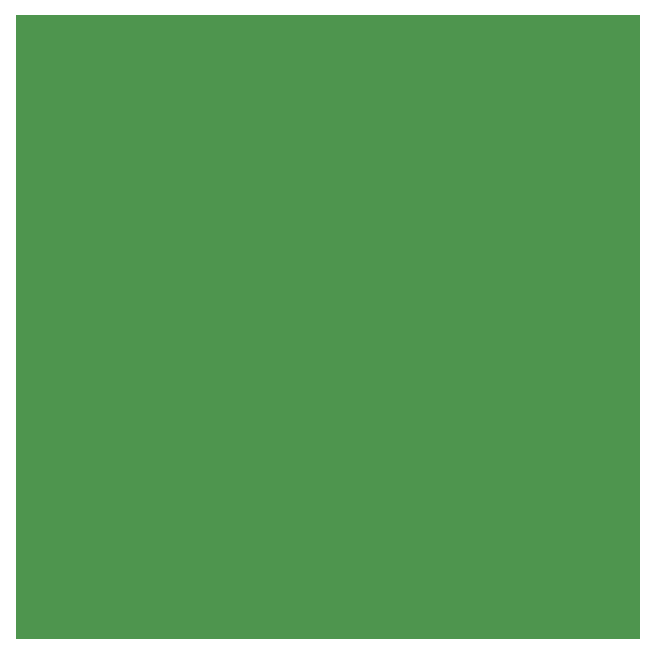
<source format=gbr>
%TF.GenerationSoftware,Altium Limited,Altium Designer,21.2.2 (38)*%
G04 Layer_Physical_Order=1*
G04 Layer_Color=255*
%FSLAX45Y45*%
%MOMM*%
%TF.SameCoordinates,CFC194E4-F73D-46A4-AAE2-90500156CD02*%
%TF.FilePolarity,Positive*%
%TF.FileFunction,Copper,L1,Top,Signal*%
G01*
G75*
%TA.AperFunction,ViaPad*%
%ADD10C,4.40000*%
%ADD11C,0.60000*%
%ADD12C,1.60000*%
G36*
X2641512Y-2641512D02*
X-2641512D01*
Y2641512D01*
X2641512D01*
Y-2641512D01*
D02*
G37*
D10*
X-2286000Y-2286000D02*
D03*
X2286000D02*
D03*
Y2286000D02*
D03*
X-2286000D02*
D03*
D11*
X-1524000Y-1524000D02*
D03*
X-1016000D02*
D03*
X-508000D02*
D03*
X0D02*
D03*
Y-1016000D02*
D03*
Y-508000D02*
D03*
X-508000D02*
D03*
Y-1016000D02*
D03*
X-1016000D02*
D03*
X-1524000D02*
D03*
Y-508000D02*
D03*
X-1016000D02*
D03*
Y0D02*
D03*
X-1524000D02*
D03*
X-508000D02*
D03*
X0D02*
D03*
X508000D02*
D03*
Y-508000D02*
D03*
Y-1016000D02*
D03*
Y-1524000D02*
D03*
X1016000D02*
D03*
X1524000D02*
D03*
Y-1016000D02*
D03*
X1016000D02*
D03*
Y-508000D02*
D03*
X1524000D02*
D03*
Y0D02*
D03*
X1016000D02*
D03*
Y508000D02*
D03*
Y1016000D02*
D03*
X508000D02*
D03*
Y1524000D02*
D03*
X1016000D02*
D03*
X1524000D02*
D03*
Y1016000D02*
D03*
Y508000D02*
D03*
X508000D02*
D03*
X0D02*
D03*
Y1016000D02*
D03*
Y1524000D02*
D03*
X-508000D02*
D03*
Y1016000D02*
D03*
X-1016000D02*
D03*
X-1524000D02*
D03*
Y1524000D02*
D03*
X-1016000D02*
D03*
Y508000D02*
D03*
X-1524000D02*
D03*
X-508000D02*
D03*
D12*
X-2413000Y-1905000D02*
D03*
Y-1651000D02*
D03*
Y-1397000D02*
D03*
Y-1143000D02*
D03*
X-2159000D02*
D03*
Y-1397000D02*
D03*
Y-1651000D02*
D03*
Y-1905000D02*
D03*
Y-889000D02*
D03*
Y-635000D02*
D03*
Y-381000D02*
D03*
Y-127000D02*
D03*
X-2413000D02*
D03*
Y-381000D02*
D03*
Y-635000D02*
D03*
Y-889000D02*
D03*
X2159000D02*
D03*
X2413000D02*
D03*
Y-1142999D02*
D03*
X2159001Y-1143000D02*
D03*
X2158999Y-1397000D02*
D03*
X2159000Y-1651000D02*
D03*
X2413000Y-1651000D02*
D03*
Y-1905000D02*
D03*
X2159000Y-1905000D02*
D03*
X2413000Y-1397000D02*
D03*
Y-635000D02*
D03*
Y-381001D02*
D03*
X2159000D02*
D03*
Y-635000D02*
D03*
Y-127000D02*
D03*
X2413000D02*
D03*
Y127000D02*
D03*
X2159000D02*
D03*
Y381000D02*
D03*
Y634999D02*
D03*
Y889000D02*
D03*
X2159000Y1143000D02*
D03*
X2413000Y1143000D02*
D03*
Y889000D02*
D03*
Y635000D02*
D03*
Y381000D02*
D03*
X2413000Y1397000D02*
D03*
X2159000Y1397000D02*
D03*
Y1651000D02*
D03*
X2413000Y1651000D02*
D03*
X2413000Y1905000D02*
D03*
X2158999Y1905000D02*
D03*
X1905000Y2159000D02*
D03*
Y2413000D02*
D03*
X1651000D02*
D03*
X1397000D02*
D03*
X1397000Y2159000D02*
D03*
X1651000D02*
D03*
X1143000Y2159000D02*
D03*
Y2413000D02*
D03*
X889000D02*
D03*
X635000D02*
D03*
Y2159000D02*
D03*
X381000D02*
D03*
X127000D02*
D03*
Y2413000D02*
D03*
X381000Y2413000D02*
D03*
X889000Y2159000D02*
D03*
X-127000D02*
D03*
Y2413000D02*
D03*
X-381000Y2413000D02*
D03*
X-635000Y2413000D02*
D03*
X-889000D02*
D03*
Y2159000D02*
D03*
X-1143000Y2159000D02*
D03*
X-1143000Y2413000D02*
D03*
X-1397000Y2413000D02*
D03*
X-1397000Y2159000D02*
D03*
X-1651000D02*
D03*
X-1651000Y2413000D02*
D03*
X-1905000Y2413000D02*
D03*
X-1905000Y2159000D02*
D03*
X-2159000Y1905000D02*
D03*
Y1651000D02*
D03*
Y1397000D02*
D03*
Y1143000D02*
D03*
Y889000D02*
D03*
X-2413000D02*
D03*
Y635000D02*
D03*
X-2159000D02*
D03*
Y381000D02*
D03*
X-2413000D02*
D03*
Y127000D02*
D03*
X-2159000D02*
D03*
X-2413000Y1143000D02*
D03*
Y1397000D02*
D03*
Y1651000D02*
D03*
Y1905000D02*
D03*
X-635000Y2159000D02*
D03*
X-381000D02*
D03*
%TF.MD5,6df376bea285efc7c909b17bc2ec063c*%
M02*

</source>
